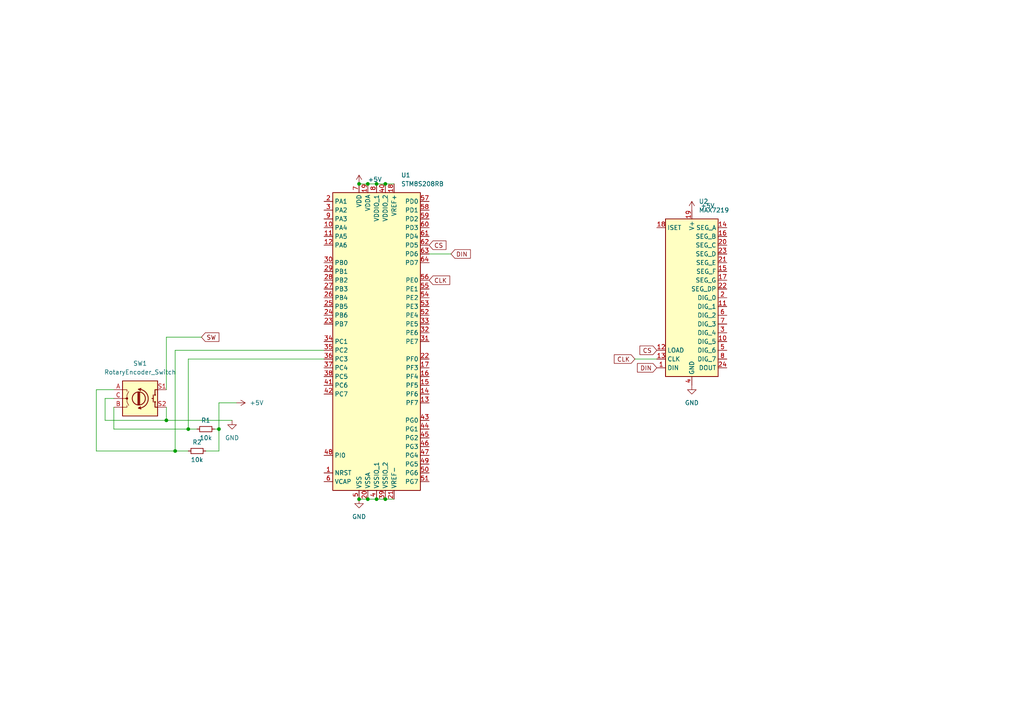
<source format=kicad_sch>
(kicad_sch (version 20211123) (generator eeschema)

  (uuid e63e39d7-6ac0-4ffd-8aa3-1841a4541b55)

  (paper "A4")

  (lib_symbols
    (symbol "Device:R_Small" (pin_numbers hide) (pin_names (offset 0.254) hide) (in_bom yes) (on_board yes)
      (property "Reference" "R" (id 0) (at 0.762 0.508 0)
        (effects (font (size 1.27 1.27)) (justify left))
      )
      (property "Value" "R_Small" (id 1) (at 0.762 -1.016 0)
        (effects (font (size 1.27 1.27)) (justify left))
      )
      (property "Footprint" "" (id 2) (at 0 0 0)
        (effects (font (size 1.27 1.27)) hide)
      )
      (property "Datasheet" "~" (id 3) (at 0 0 0)
        (effects (font (size 1.27 1.27)) hide)
      )
      (property "ki_keywords" "R resistor" (id 4) (at 0 0 0)
        (effects (font (size 1.27 1.27)) hide)
      )
      (property "ki_description" "Resistor, small symbol" (id 5) (at 0 0 0)
        (effects (font (size 1.27 1.27)) hide)
      )
      (property "ki_fp_filters" "R_*" (id 6) (at 0 0 0)
        (effects (font (size 1.27 1.27)) hide)
      )
      (symbol "R_Small_0_1"
        (rectangle (start -0.762 1.778) (end 0.762 -1.778)
          (stroke (width 0.2032) (type default) (color 0 0 0 0))
          (fill (type none))
        )
      )
      (symbol "R_Small_1_1"
        (pin passive line (at 0 2.54 270) (length 0.762)
          (name "~" (effects (font (size 1.27 1.27))))
          (number "1" (effects (font (size 1.27 1.27))))
        )
        (pin passive line (at 0 -2.54 90) (length 0.762)
          (name "~" (effects (font (size 1.27 1.27))))
          (number "2" (effects (font (size 1.27 1.27))))
        )
      )
    )
    (symbol "Device:RotaryEncoder_Switch" (pin_names (offset 0.254) hide) (in_bom yes) (on_board yes)
      (property "Reference" "SW" (id 0) (at 0 6.604 0)
        (effects (font (size 1.27 1.27)))
      )
      (property "Value" "RotaryEncoder_Switch" (id 1) (at 0 -6.604 0)
        (effects (font (size 1.27 1.27)))
      )
      (property "Footprint" "" (id 2) (at -3.81 4.064 0)
        (effects (font (size 1.27 1.27)) hide)
      )
      (property "Datasheet" "~" (id 3) (at 0 6.604 0)
        (effects (font (size 1.27 1.27)) hide)
      )
      (property "ki_keywords" "rotary switch encoder switch push button" (id 4) (at 0 0 0)
        (effects (font (size 1.27 1.27)) hide)
      )
      (property "ki_description" "Rotary encoder, dual channel, incremental quadrate outputs, with switch" (id 5) (at 0 0 0)
        (effects (font (size 1.27 1.27)) hide)
      )
      (property "ki_fp_filters" "RotaryEncoder*Switch*" (id 6) (at 0 0 0)
        (effects (font (size 1.27 1.27)) hide)
      )
      (symbol "RotaryEncoder_Switch_0_1"
        (rectangle (start -5.08 5.08) (end 5.08 -5.08)
          (stroke (width 0.254) (type default) (color 0 0 0 0))
          (fill (type background))
        )
        (circle (center -3.81 0) (radius 0.254)
          (stroke (width 0) (type default) (color 0 0 0 0))
          (fill (type outline))
        )
        (arc (start -0.381 -2.794) (mid 2.3622 -0.0635) (end -0.381 2.667)
          (stroke (width 0.254) (type default) (color 0 0 0 0))
          (fill (type none))
        )
        (circle (center -0.381 0) (radius 1.905)
          (stroke (width 0.254) (type default) (color 0 0 0 0))
          (fill (type none))
        )
        (polyline
          (pts
            (xy -0.635 -1.778)
            (xy -0.635 1.778)
          )
          (stroke (width 0.254) (type default) (color 0 0 0 0))
          (fill (type none))
        )
        (polyline
          (pts
            (xy -0.381 -1.778)
            (xy -0.381 1.778)
          )
          (stroke (width 0.254) (type default) (color 0 0 0 0))
          (fill (type none))
        )
        (polyline
          (pts
            (xy -0.127 1.778)
            (xy -0.127 -1.778)
          )
          (stroke (width 0.254) (type default) (color 0 0 0 0))
          (fill (type none))
        )
        (polyline
          (pts
            (xy 3.81 0)
            (xy 3.429 0)
          )
          (stroke (width 0.254) (type default) (color 0 0 0 0))
          (fill (type none))
        )
        (polyline
          (pts
            (xy 3.81 1.016)
            (xy 3.81 -1.016)
          )
          (stroke (width 0.254) (type default) (color 0 0 0 0))
          (fill (type none))
        )
        (polyline
          (pts
            (xy -5.08 -2.54)
            (xy -3.81 -2.54)
            (xy -3.81 -2.032)
          )
          (stroke (width 0) (type default) (color 0 0 0 0))
          (fill (type none))
        )
        (polyline
          (pts
            (xy -5.08 2.54)
            (xy -3.81 2.54)
            (xy -3.81 2.032)
          )
          (stroke (width 0) (type default) (color 0 0 0 0))
          (fill (type none))
        )
        (polyline
          (pts
            (xy 0.254 -3.048)
            (xy -0.508 -2.794)
            (xy 0.127 -2.413)
          )
          (stroke (width 0.254) (type default) (color 0 0 0 0))
          (fill (type none))
        )
        (polyline
          (pts
            (xy 0.254 2.921)
            (xy -0.508 2.667)
            (xy 0.127 2.286)
          )
          (stroke (width 0.254) (type default) (color 0 0 0 0))
          (fill (type none))
        )
        (polyline
          (pts
            (xy 5.08 -2.54)
            (xy 4.318 -2.54)
            (xy 4.318 -1.016)
          )
          (stroke (width 0.254) (type default) (color 0 0 0 0))
          (fill (type none))
        )
        (polyline
          (pts
            (xy 5.08 2.54)
            (xy 4.318 2.54)
            (xy 4.318 1.016)
          )
          (stroke (width 0.254) (type default) (color 0 0 0 0))
          (fill (type none))
        )
        (polyline
          (pts
            (xy -5.08 0)
            (xy -3.81 0)
            (xy -3.81 -1.016)
            (xy -3.302 -2.032)
          )
          (stroke (width 0) (type default) (color 0 0 0 0))
          (fill (type none))
        )
        (polyline
          (pts
            (xy -4.318 0)
            (xy -3.81 0)
            (xy -3.81 1.016)
            (xy -3.302 2.032)
          )
          (stroke (width 0) (type default) (color 0 0 0 0))
          (fill (type none))
        )
        (circle (center 4.318 -1.016) (radius 0.127)
          (stroke (width 0.254) (type default) (color 0 0 0 0))
          (fill (type none))
        )
        (circle (center 4.318 1.016) (radius 0.127)
          (stroke (width 0.254) (type default) (color 0 0 0 0))
          (fill (type none))
        )
      )
      (symbol "RotaryEncoder_Switch_1_1"
        (pin passive line (at -7.62 2.54 0) (length 2.54)
          (name "A" (effects (font (size 1.27 1.27))))
          (number "A" (effects (font (size 1.27 1.27))))
        )
        (pin passive line (at -7.62 -2.54 0) (length 2.54)
          (name "B" (effects (font (size 1.27 1.27))))
          (number "B" (effects (font (size 1.27 1.27))))
        )
        (pin passive line (at -7.62 0 0) (length 2.54)
          (name "C" (effects (font (size 1.27 1.27))))
          (number "C" (effects (font (size 1.27 1.27))))
        )
        (pin passive line (at 7.62 2.54 180) (length 2.54)
          (name "S1" (effects (font (size 1.27 1.27))))
          (number "S1" (effects (font (size 1.27 1.27))))
        )
        (pin passive line (at 7.62 -2.54 180) (length 2.54)
          (name "S2" (effects (font (size 1.27 1.27))))
          (number "S2" (effects (font (size 1.27 1.27))))
        )
      )
    )
    (symbol "Driver_LED:MAX7219" (in_bom yes) (on_board yes)
      (property "Reference" "U" (id 0) (at -6.35 24.13 0)
        (effects (font (size 1.27 1.27)) (justify left bottom))
      )
      (property "Value" "MAX7219" (id 1) (at 1.27 25.4 0)
        (effects (font (size 1.27 1.27)) (justify left top))
      )
      (property "Footprint" "" (id 2) (at -1.27 1.27 0)
        (effects (font (size 1.27 1.27)) hide)
      )
      (property "Datasheet" "https://datasheets.maximintegrated.com/en/ds/MAX7219-MAX7221.pdf" (id 3) (at 1.27 -3.81 0)
        (effects (font (size 1.27 1.27)) hide)
      )
      (property "ki_keywords" "LED 8-Digit Display Driver" (id 4) (at 0 0 0)
        (effects (font (size 1.27 1.27)) hide)
      )
      (property "ki_description" "8-Digit LED Display Driver" (id 5) (at 0 0 0)
        (effects (font (size 1.27 1.27)) hide)
      )
      (property "ki_fp_filters" "SOIC*7.5x15.4mm*P1.27mm* DIP*7.62mm*" (id 6) (at 0 0 0)
        (effects (font (size 1.27 1.27)) hide)
      )
      (symbol "MAX7219_0_1"
        (rectangle (start -7.62 22.86) (end 7.62 -22.86)
          (stroke (width 0.254) (type default) (color 0 0 0 0))
          (fill (type background))
        )
      )
      (symbol "MAX7219_1_1"
        (pin input line (at -10.16 -20.32 0) (length 2.54)
          (name "DIN" (effects (font (size 1.27 1.27))))
          (number "1" (effects (font (size 1.27 1.27))))
        )
        (pin output line (at 10.16 -12.7 180) (length 2.54)
          (name "DIG_5" (effects (font (size 1.27 1.27))))
          (number "10" (effects (font (size 1.27 1.27))))
        )
        (pin output line (at 10.16 -2.54 180) (length 2.54)
          (name "DIG_1" (effects (font (size 1.27 1.27))))
          (number "11" (effects (font (size 1.27 1.27))))
        )
        (pin input line (at -10.16 -15.24 0) (length 2.54)
          (name "LOAD" (effects (font (size 1.27 1.27))))
          (number "12" (effects (font (size 1.27 1.27))))
        )
        (pin input line (at -10.16 -17.78 0) (length 2.54)
          (name "CLK" (effects (font (size 1.27 1.27))))
          (number "13" (effects (font (size 1.27 1.27))))
        )
        (pin output line (at 10.16 20.32 180) (length 2.54)
          (name "SEG_A" (effects (font (size 1.27 1.27))))
          (number "14" (effects (font (size 1.27 1.27))))
        )
        (pin output line (at 10.16 7.62 180) (length 2.54)
          (name "SEG_F" (effects (font (size 1.27 1.27))))
          (number "15" (effects (font (size 1.27 1.27))))
        )
        (pin output line (at 10.16 17.78 180) (length 2.54)
          (name "SEG_B" (effects (font (size 1.27 1.27))))
          (number "16" (effects (font (size 1.27 1.27))))
        )
        (pin output line (at 10.16 5.08 180) (length 2.54)
          (name "SEG_G" (effects (font (size 1.27 1.27))))
          (number "17" (effects (font (size 1.27 1.27))))
        )
        (pin input line (at -10.16 20.32 0) (length 2.54)
          (name "ISET" (effects (font (size 1.27 1.27))))
          (number "18" (effects (font (size 1.27 1.27))))
        )
        (pin power_in line (at 0 25.4 270) (length 2.54)
          (name "V+" (effects (font (size 1.27 1.27))))
          (number "19" (effects (font (size 1.27 1.27))))
        )
        (pin output line (at 10.16 0 180) (length 2.54)
          (name "DIG_0" (effects (font (size 1.27 1.27))))
          (number "2" (effects (font (size 1.27 1.27))))
        )
        (pin output line (at 10.16 15.24 180) (length 2.54)
          (name "SEG_C" (effects (font (size 1.27 1.27))))
          (number "20" (effects (font (size 1.27 1.27))))
        )
        (pin output line (at 10.16 10.16 180) (length 2.54)
          (name "SEG_E" (effects (font (size 1.27 1.27))))
          (number "21" (effects (font (size 1.27 1.27))))
        )
        (pin output line (at 10.16 2.54 180) (length 2.54)
          (name "SEG_DP" (effects (font (size 1.27 1.27))))
          (number "22" (effects (font (size 1.27 1.27))))
        )
        (pin output line (at 10.16 12.7 180) (length 2.54)
          (name "SEG_D" (effects (font (size 1.27 1.27))))
          (number "23" (effects (font (size 1.27 1.27))))
        )
        (pin output line (at 10.16 -20.32 180) (length 2.54)
          (name "DOUT" (effects (font (size 1.27 1.27))))
          (number "24" (effects (font (size 1.27 1.27))))
        )
        (pin output line (at 10.16 -10.16 180) (length 2.54)
          (name "DIG_4" (effects (font (size 1.27 1.27))))
          (number "3" (effects (font (size 1.27 1.27))))
        )
        (pin power_in line (at 0 -25.4 90) (length 2.54)
          (name "GND" (effects (font (size 1.27 1.27))))
          (number "4" (effects (font (size 1.27 1.27))))
        )
        (pin output line (at 10.16 -15.24 180) (length 2.54)
          (name "DIG_6" (effects (font (size 1.27 1.27))))
          (number "5" (effects (font (size 1.27 1.27))))
        )
        (pin output line (at 10.16 -5.08 180) (length 2.54)
          (name "DIG_2" (effects (font (size 1.27 1.27))))
          (number "6" (effects (font (size 1.27 1.27))))
        )
        (pin output line (at 10.16 -7.62 180) (length 2.54)
          (name "DIG_3" (effects (font (size 1.27 1.27))))
          (number "7" (effects (font (size 1.27 1.27))))
        )
        (pin output line (at 10.16 -17.78 180) (length 2.54)
          (name "DIG_7" (effects (font (size 1.27 1.27))))
          (number "8" (effects (font (size 1.27 1.27))))
        )
        (pin passive line (at 0 -25.4 90) (length 2.54) hide
          (name "GND" (effects (font (size 1.27 1.27))))
          (number "9" (effects (font (size 1.27 1.27))))
        )
      )
    )
    (symbol "MCU_ST_STM8:STM8S208RB" (in_bom yes) (on_board yes)
      (property "Reference" "U" (id 0) (at 13.97 48.26 0)
        (effects (font (size 1.27 1.27)))
      )
      (property "Value" "STM8S208RB" (id 1) (at 13.97 45.72 0)
        (effects (font (size 1.27 1.27)))
      )
      (property "Footprint" "Package_QFP:LQFP-64_10x10mm_P0.5mm" (id 2) (at 1.27 -55.88 0)
        (effects (font (size 1.27 1.27)) hide)
      )
      (property "Datasheet" "https://www.st.com/resource/en/datasheet/stm8s208rb.pdf" (id 3) (at -2.54 0 0)
        (effects (font (size 1.27 1.27)) hide)
      )
      (property "ki_keywords" "STM8 Microcontroller Performance Line" (id 4) (at 0 0 0)
        (effects (font (size 1.27 1.27)) hide)
      )
      (property "ki_description" "24MHz, 128K Flash, 2K EEPROM, 10-bit ADC, 2 UARTs, SPI, I²C, CAN, LQFP-64" (id 5) (at 0 0 0)
        (effects (font (size 1.27 1.27)) hide)
      )
      (property "ki_fp_filters" "LQFP*10x10mm*P0.5mm*" (id 6) (at 0 0 0)
        (effects (font (size 1.27 1.27)) hide)
      )
      (symbol "STM8S208RB_0_1"
        (rectangle (start 12.7 43.18) (end -12.7 -43.18)
          (stroke (width 0.254) (type default) (color 0 0 0 0))
          (fill (type background))
        )
      )
      (symbol "STM8S208RB_1_1"
        (pin input line (at -15.24 -38.1 0) (length 2.54)
          (name "NRST" (effects (font (size 1.27 1.27))))
          (number "1" (effects (font (size 1.27 1.27))))
        )
        (pin bidirectional line (at -15.24 33.02 0) (length 2.54)
          (name "PA4" (effects (font (size 1.27 1.27))))
          (number "10" (effects (font (size 1.27 1.27))))
        )
        (pin bidirectional line (at -15.24 30.48 0) (length 2.54)
          (name "PA5" (effects (font (size 1.27 1.27))))
          (number "11" (effects (font (size 1.27 1.27))))
        )
        (pin bidirectional line (at -15.24 27.94 0) (length 2.54)
          (name "PA6" (effects (font (size 1.27 1.27))))
          (number "12" (effects (font (size 1.27 1.27))))
        )
        (pin bidirectional line (at 15.24 -17.78 180) (length 2.54)
          (name "PF7" (effects (font (size 1.27 1.27))))
          (number "13" (effects (font (size 1.27 1.27))))
        )
        (pin bidirectional line (at 15.24 -15.24 180) (length 2.54)
          (name "PF6" (effects (font (size 1.27 1.27))))
          (number "14" (effects (font (size 1.27 1.27))))
        )
        (pin bidirectional line (at 15.24 -12.7 180) (length 2.54)
          (name "PF5" (effects (font (size 1.27 1.27))))
          (number "15" (effects (font (size 1.27 1.27))))
        )
        (pin bidirectional line (at 15.24 -10.16 180) (length 2.54)
          (name "PF4" (effects (font (size 1.27 1.27))))
          (number "16" (effects (font (size 1.27 1.27))))
        )
        (pin bidirectional line (at 15.24 -7.62 180) (length 2.54)
          (name "PF3" (effects (font (size 1.27 1.27))))
          (number "17" (effects (font (size 1.27 1.27))))
        )
        (pin power_in line (at 5.08 45.72 270) (length 2.54)
          (name "VREF+" (effects (font (size 1.27 1.27))))
          (number "18" (effects (font (size 1.27 1.27))))
        )
        (pin power_in line (at -2.54 45.72 270) (length 2.54)
          (name "VDDA" (effects (font (size 1.27 1.27))))
          (number "19" (effects (font (size 1.27 1.27))))
        )
        (pin bidirectional line (at -15.24 40.64 0) (length 2.54)
          (name "PA1" (effects (font (size 1.27 1.27))))
          (number "2" (effects (font (size 1.27 1.27))))
        )
        (pin power_in line (at -2.54 -45.72 90) (length 2.54)
          (name "VSSA" (effects (font (size 1.27 1.27))))
          (number "20" (effects (font (size 1.27 1.27))))
        )
        (pin power_in line (at 5.08 -45.72 90) (length 2.54)
          (name "VREF-" (effects (font (size 1.27 1.27))))
          (number "21" (effects (font (size 1.27 1.27))))
        )
        (pin bidirectional line (at 15.24 -5.08 180) (length 2.54)
          (name "PF0" (effects (font (size 1.27 1.27))))
          (number "22" (effects (font (size 1.27 1.27))))
        )
        (pin bidirectional line (at -15.24 5.08 0) (length 2.54)
          (name "PB7" (effects (font (size 1.27 1.27))))
          (number "23" (effects (font (size 1.27 1.27))))
        )
        (pin bidirectional line (at -15.24 7.62 0) (length 2.54)
          (name "PB6" (effects (font (size 1.27 1.27))))
          (number "24" (effects (font (size 1.27 1.27))))
        )
        (pin bidirectional line (at -15.24 10.16 0) (length 2.54)
          (name "PB5" (effects (font (size 1.27 1.27))))
          (number "25" (effects (font (size 1.27 1.27))))
        )
        (pin bidirectional line (at -15.24 12.7 0) (length 2.54)
          (name "PB4" (effects (font (size 1.27 1.27))))
          (number "26" (effects (font (size 1.27 1.27))))
        )
        (pin bidirectional line (at -15.24 15.24 0) (length 2.54)
          (name "PB3" (effects (font (size 1.27 1.27))))
          (number "27" (effects (font (size 1.27 1.27))))
        )
        (pin bidirectional line (at -15.24 17.78 0) (length 2.54)
          (name "PB2" (effects (font (size 1.27 1.27))))
          (number "28" (effects (font (size 1.27 1.27))))
        )
        (pin bidirectional line (at -15.24 20.32 0) (length 2.54)
          (name "PB1" (effects (font (size 1.27 1.27))))
          (number "29" (effects (font (size 1.27 1.27))))
        )
        (pin bidirectional line (at -15.24 38.1 0) (length 2.54)
          (name "PA2" (effects (font (size 1.27 1.27))))
          (number "3" (effects (font (size 1.27 1.27))))
        )
        (pin bidirectional line (at -15.24 22.86 0) (length 2.54)
          (name "PB0" (effects (font (size 1.27 1.27))))
          (number "30" (effects (font (size 1.27 1.27))))
        )
        (pin bidirectional line (at 15.24 0 180) (length 2.54)
          (name "PE7" (effects (font (size 1.27 1.27))))
          (number "31" (effects (font (size 1.27 1.27))))
        )
        (pin bidirectional line (at 15.24 2.54 180) (length 2.54)
          (name "PE6" (effects (font (size 1.27 1.27))))
          (number "32" (effects (font (size 1.27 1.27))))
        )
        (pin bidirectional line (at 15.24 5.08 180) (length 2.54)
          (name "PE5" (effects (font (size 1.27 1.27))))
          (number "33" (effects (font (size 1.27 1.27))))
        )
        (pin bidirectional line (at -15.24 0 0) (length 2.54)
          (name "PC1" (effects (font (size 1.27 1.27))))
          (number "34" (effects (font (size 1.27 1.27))))
        )
        (pin bidirectional line (at -15.24 -2.54 0) (length 2.54)
          (name "PC2" (effects (font (size 1.27 1.27))))
          (number "35" (effects (font (size 1.27 1.27))))
        )
        (pin bidirectional line (at -15.24 -5.08 0) (length 2.54)
          (name "PC3" (effects (font (size 1.27 1.27))))
          (number "36" (effects (font (size 1.27 1.27))))
        )
        (pin bidirectional line (at -15.24 -7.62 0) (length 2.54)
          (name "PC4" (effects (font (size 1.27 1.27))))
          (number "37" (effects (font (size 1.27 1.27))))
        )
        (pin bidirectional line (at -15.24 -10.16 0) (length 2.54)
          (name "PC5" (effects (font (size 1.27 1.27))))
          (number "38" (effects (font (size 1.27 1.27))))
        )
        (pin power_in line (at 2.54 -45.72 90) (length 2.54)
          (name "VSSIO_2" (effects (font (size 1.27 1.27))))
          (number "39" (effects (font (size 1.27 1.27))))
        )
        (pin power_in line (at 0 -45.72 90) (length 2.54)
          (name "VSSIO_1" (effects (font (size 1.27 1.27))))
          (number "4" (effects (font (size 1.27 1.27))))
        )
        (pin power_in line (at 2.54 45.72 270) (length 2.54)
          (name "VDDIO_2" (effects (font (size 1.27 1.27))))
          (number "40" (effects (font (size 1.27 1.27))))
        )
        (pin bidirectional line (at -15.24 -12.7 0) (length 2.54)
          (name "PC6" (effects (font (size 1.27 1.27))))
          (number "41" (effects (font (size 1.27 1.27))))
        )
        (pin bidirectional line (at -15.24 -15.24 0) (length 2.54)
          (name "PC7" (effects (font (size 1.27 1.27))))
          (number "42" (effects (font (size 1.27 1.27))))
        )
        (pin bidirectional line (at 15.24 -22.86 180) (length 2.54)
          (name "PG0" (effects (font (size 1.27 1.27))))
          (number "43" (effects (font (size 1.27 1.27))))
        )
        (pin bidirectional line (at 15.24 -25.4 180) (length 2.54)
          (name "PG1" (effects (font (size 1.27 1.27))))
          (number "44" (effects (font (size 1.27 1.27))))
        )
        (pin bidirectional line (at 15.24 -27.94 180) (length 2.54)
          (name "PG2" (effects (font (size 1.27 1.27))))
          (number "45" (effects (font (size 1.27 1.27))))
        )
        (pin bidirectional line (at 15.24 -30.48 180) (length 2.54)
          (name "PG3" (effects (font (size 1.27 1.27))))
          (number "46" (effects (font (size 1.27 1.27))))
        )
        (pin bidirectional line (at 15.24 -33.02 180) (length 2.54)
          (name "PG4" (effects (font (size 1.27 1.27))))
          (number "47" (effects (font (size 1.27 1.27))))
        )
        (pin bidirectional line (at -15.24 -33.02 0) (length 2.54)
          (name "PI0" (effects (font (size 1.27 1.27))))
          (number "48" (effects (font (size 1.27 1.27))))
        )
        (pin bidirectional line (at 15.24 -35.56 180) (length 2.54)
          (name "PG5" (effects (font (size 1.27 1.27))))
          (number "49" (effects (font (size 1.27 1.27))))
        )
        (pin power_in line (at -5.08 -45.72 90) (length 2.54)
          (name "VSS" (effects (font (size 1.27 1.27))))
          (number "5" (effects (font (size 1.27 1.27))))
        )
        (pin bidirectional line (at 15.24 -38.1 180) (length 2.54)
          (name "PG6" (effects (font (size 1.27 1.27))))
          (number "50" (effects (font (size 1.27 1.27))))
        )
        (pin bidirectional line (at 15.24 -40.64 180) (length 2.54)
          (name "PG7" (effects (font (size 1.27 1.27))))
          (number "51" (effects (font (size 1.27 1.27))))
        )
        (pin bidirectional line (at 15.24 7.62 180) (length 2.54)
          (name "PE4" (effects (font (size 1.27 1.27))))
          (number "52" (effects (font (size 1.27 1.27))))
        )
        (pin bidirectional line (at 15.24 10.16 180) (length 2.54)
          (name "PE3" (effects (font (size 1.27 1.27))))
          (number "53" (effects (font (size 1.27 1.27))))
        )
        (pin bidirectional line (at 15.24 12.7 180) (length 2.54)
          (name "PE2" (effects (font (size 1.27 1.27))))
          (number "54" (effects (font (size 1.27 1.27))))
        )
        (pin bidirectional line (at 15.24 15.24 180) (length 2.54)
          (name "PE1" (effects (font (size 1.27 1.27))))
          (number "55" (effects (font (size 1.27 1.27))))
        )
        (pin bidirectional line (at 15.24 17.78 180) (length 2.54)
          (name "PE0" (effects (font (size 1.27 1.27))))
          (number "56" (effects (font (size 1.27 1.27))))
        )
        (pin bidirectional line (at 15.24 40.64 180) (length 2.54)
          (name "PD0" (effects (font (size 1.27 1.27))))
          (number "57" (effects (font (size 1.27 1.27))))
        )
        (pin bidirectional line (at 15.24 38.1 180) (length 2.54)
          (name "PD1" (effects (font (size 1.27 1.27))))
          (number "58" (effects (font (size 1.27 1.27))))
        )
        (pin bidirectional line (at 15.24 35.56 180) (length 2.54)
          (name "PD2" (effects (font (size 1.27 1.27))))
          (number "59" (effects (font (size 1.27 1.27))))
        )
        (pin input line (at -15.24 -40.64 0) (length 2.54)
          (name "VCAP" (effects (font (size 1.27 1.27))))
          (number "6" (effects (font (size 1.27 1.27))))
        )
        (pin bidirectional line (at 15.24 33.02 180) (length 2.54)
          (name "PD3" (effects (font (size 1.27 1.27))))
          (number "60" (effects (font (size 1.27 1.27))))
        )
        (pin bidirectional line (at 15.24 30.48 180) (length 2.54)
          (name "PD4" (effects (font (size 1.27 1.27))))
          (number "61" (effects (font (size 1.27 1.27))))
        )
        (pin bidirectional line (at 15.24 27.94 180) (length 2.54)
          (name "PD5" (effects (font (size 1.27 1.27))))
          (number "62" (effects (font (size 1.27 1.27))))
        )
        (pin bidirectional line (at 15.24 25.4 180) (length 2.54)
          (name "PD6" (effects (font (size 1.27 1.27))))
          (number "63" (effects (font (size 1.27 1.27))))
        )
        (pin bidirectional line (at 15.24 22.86 180) (length 2.54)
          (name "PD7" (effects (font (size 1.27 1.27))))
          (number "64" (effects (font (size 1.27 1.27))))
        )
        (pin power_in line (at -5.08 45.72 270) (length 2.54)
          (name "VDD" (effects (font (size 1.27 1.27))))
          (number "7" (effects (font (size 1.27 1.27))))
        )
        (pin power_in line (at 0 45.72 270) (length 2.54)
          (name "VDDIO_1" (effects (font (size 1.27 1.27))))
          (number "8" (effects (font (size 1.27 1.27))))
        )
        (pin bidirectional line (at -15.24 35.56 0) (length 2.54)
          (name "PA3" (effects (font (size 1.27 1.27))))
          (number "9" (effects (font (size 1.27 1.27))))
        )
      )
    )
    (symbol "power:+5V" (power) (pin_names (offset 0)) (in_bom yes) (on_board yes)
      (property "Reference" "#PWR" (id 0) (at 0 -3.81 0)
        (effects (font (size 1.27 1.27)) hide)
      )
      (property "Value" "+5V" (id 1) (at 0 3.556 0)
        (effects (font (size 1.27 1.27)))
      )
      (property "Footprint" "" (id 2) (at 0 0 0)
        (effects (font (size 1.27 1.27)) hide)
      )
      (property "Datasheet" "" (id 3) (at 0 0 0)
        (effects (font (size 1.27 1.27)) hide)
      )
      (property "ki_keywords" "power-flag" (id 4) (at 0 0 0)
        (effects (font (size 1.27 1.27)) hide)
      )
      (property "ki_description" "Power symbol creates a global label with name \"+5V\"" (id 5) (at 0 0 0)
        (effects (font (size 1.27 1.27)) hide)
      )
      (symbol "+5V_0_1"
        (polyline
          (pts
            (xy -0.762 1.27)
            (xy 0 2.54)
          )
          (stroke (width 0) (type default) (color 0 0 0 0))
          (fill (type none))
        )
        (polyline
          (pts
            (xy 0 0)
            (xy 0 2.54)
          )
          (stroke (width 0) (type default) (color 0 0 0 0))
          (fill (type none))
        )
        (polyline
          (pts
            (xy 0 2.54)
            (xy 0.762 1.27)
          )
          (stroke (width 0) (type default) (color 0 0 0 0))
          (fill (type none))
        )
      )
      (symbol "+5V_1_1"
        (pin power_in line (at 0 0 90) (length 0) hide
          (name "+5V" (effects (font (size 1.27 1.27))))
          (number "1" (effects (font (size 1.27 1.27))))
        )
      )
    )
    (symbol "power:GND" (power) (pin_names (offset 0)) (in_bom yes) (on_board yes)
      (property "Reference" "#PWR" (id 0) (at 0 -6.35 0)
        (effects (font (size 1.27 1.27)) hide)
      )
      (property "Value" "GND" (id 1) (at 0 -3.81 0)
        (effects (font (size 1.27 1.27)))
      )
      (property "Footprint" "" (id 2) (at 0 0 0)
        (effects (font (size 1.27 1.27)) hide)
      )
      (property "Datasheet" "" (id 3) (at 0 0 0)
        (effects (font (size 1.27 1.27)) hide)
      )
      (property "ki_keywords" "power-flag" (id 4) (at 0 0 0)
        (effects (font (size 1.27 1.27)) hide)
      )
      (property "ki_description" "Power symbol creates a global label with name \"GND\" , ground" (id 5) (at 0 0 0)
        (effects (font (size 1.27 1.27)) hide)
      )
      (symbol "GND_0_1"
        (polyline
          (pts
            (xy 0 0)
            (xy 0 -1.27)
            (xy 1.27 -1.27)
            (xy 0 -2.54)
            (xy -1.27 -1.27)
            (xy 0 -1.27)
          )
          (stroke (width 0) (type default) (color 0 0 0 0))
          (fill (type none))
        )
      )
      (symbol "GND_1_1"
        (pin power_in line (at 0 0 270) (length 0) hide
          (name "GND" (effects (font (size 1.27 1.27))))
          (number "1" (effects (font (size 1.27 1.27))))
        )
      )
    )
  )

  (junction (at 54.61 124.46) (diameter 0) (color 0 0 0 0)
    (uuid 2991775c-9179-480f-9db5-e1c61e4c706e)
  )
  (junction (at 104.14 144.78) (diameter 0) (color 0 0 0 0)
    (uuid 3969cc9d-4050-4828-92ef-ebe9eb9272f5)
  )
  (junction (at 48.26 121.92) (diameter 0) (color 0 0 0 0)
    (uuid 55b7cd0b-d2c5-42bc-9c73-3d9bc5e05b57)
  )
  (junction (at 104.14 53.34) (diameter 0) (color 0 0 0 0)
    (uuid 59ff5bc3-d3ee-4f10-b9c8-62eadbcf1f27)
  )
  (junction (at 63.5 124.46) (diameter 0) (color 0 0 0 0)
    (uuid 5adcc678-be4e-4e39-a491-32bfd5b5cf25)
  )
  (junction (at 50.8 130.81) (diameter 0) (color 0 0 0 0)
    (uuid 9a2b6a79-ae1b-4635-a2da-0fb6377868b7)
  )
  (junction (at 111.76 53.34) (diameter 0) (color 0 0 0 0)
    (uuid acce33b1-120d-4c86-8db9-42f87689e97f)
  )
  (junction (at 111.76 144.78) (diameter 0) (color 0 0 0 0)
    (uuid c09b85c4-b3eb-4e79-8deb-73b6816aa16a)
  )
  (junction (at 106.68 144.78) (diameter 0) (color 0 0 0 0)
    (uuid e2b324aa-d432-4413-acd1-e7f2ccb5e4d9)
  )
  (junction (at 106.68 53.34) (diameter 0) (color 0 0 0 0)
    (uuid e4c93ca9-40c8-4900-b0eb-86845e7265de)
  )
  (junction (at 109.22 53.34) (diameter 0) (color 0 0 0 0)
    (uuid f15ddc13-0794-4d2a-ace6-74300d05d050)
  )
  (junction (at 109.22 144.78) (diameter 0) (color 0 0 0 0)
    (uuid f6c538b7-1104-4216-a131-869f854c73a6)
  )

  (wire (pts (xy 54.61 124.46) (xy 54.61 104.14))
    (stroke (width 0) (type default) (color 0 0 0 0))
    (uuid 027d66ce-c2e5-4f91-821a-db198f896550)
  )
  (wire (pts (xy 54.61 104.14) (xy 93.98 104.14))
    (stroke (width 0) (type default) (color 0 0 0 0))
    (uuid 0625eaa6-d6d2-4f93-adf4-40c5cd5571b2)
  )
  (wire (pts (xy 111.76 53.34) (xy 114.3 53.34))
    (stroke (width 0) (type default) (color 0 0 0 0))
    (uuid 27c74961-20f5-4a5c-9b3d-195a3876b5e7)
  )
  (wire (pts (xy 27.94 130.81) (xy 27.94 113.03))
    (stroke (width 0) (type default) (color 0 0 0 0))
    (uuid 379cb15a-78df-45c8-8b3e-4938c028b927)
  )
  (wire (pts (xy 48.26 121.92) (xy 67.31 121.92))
    (stroke (width 0) (type default) (color 0 0 0 0))
    (uuid 447180be-4bb1-4ce2-9564-b8ae1b137ca8)
  )
  (wire (pts (xy 27.94 113.03) (xy 33.02 113.03))
    (stroke (width 0) (type default) (color 0 0 0 0))
    (uuid 4f0f7c97-512f-4135-9568-5b8a32138065)
  )
  (wire (pts (xy 184.15 104.14) (xy 190.5 104.14))
    (stroke (width 0) (type default) (color 0 0 0 0))
    (uuid 52510fc6-4ca1-4de9-93d2-621e8f0efdf6)
  )
  (wire (pts (xy 48.26 118.11) (xy 48.26 121.92))
    (stroke (width 0) (type default) (color 0 0 0 0))
    (uuid 54efaa0a-148b-41c6-a39d-898eddcb21ba)
  )
  (wire (pts (xy 54.61 130.81) (xy 50.8 130.81))
    (stroke (width 0) (type default) (color 0 0 0 0))
    (uuid 5f84f443-8397-4957-8e19-d1425a5fa4da)
  )
  (wire (pts (xy 106.68 53.34) (xy 109.22 53.34))
    (stroke (width 0) (type default) (color 0 0 0 0))
    (uuid 66924383-4a60-45f3-b929-9990a1ab7734)
  )
  (wire (pts (xy 63.5 124.46) (xy 63.5 116.84))
    (stroke (width 0) (type default) (color 0 0 0 0))
    (uuid 67b2744e-e23f-4c0e-ba85-abcb445a5992)
  )
  (wire (pts (xy 130.81 73.66) (xy 124.46 73.66))
    (stroke (width 0) (type default) (color 0 0 0 0))
    (uuid 6cbd071c-e7a0-4fca-bb08-2a650c9159d8)
  )
  (wire (pts (xy 63.5 130.81) (xy 63.5 124.46))
    (stroke (width 0) (type default) (color 0 0 0 0))
    (uuid 852c5adc-902d-4761-898a-2e7147516436)
  )
  (wire (pts (xy 59.69 130.81) (xy 63.5 130.81))
    (stroke (width 0) (type default) (color 0 0 0 0))
    (uuid 90bf0ded-0a4f-45d1-b1e9-b550dd84051b)
  )
  (wire (pts (xy 33.02 118.11) (xy 33.02 124.46))
    (stroke (width 0) (type default) (color 0 0 0 0))
    (uuid 98de4e18-bc16-4e99-8bab-56273a3cdc8f)
  )
  (wire (pts (xy 48.26 113.03) (xy 48.26 97.79))
    (stroke (width 0) (type default) (color 0 0 0 0))
    (uuid 9c72de46-4f2e-4185-8252-a68458a3ad02)
  )
  (wire (pts (xy 63.5 116.84) (xy 68.58 116.84))
    (stroke (width 0) (type default) (color 0 0 0 0))
    (uuid 9fa5b009-cc03-4f04-ac5e-e0528d323b86)
  )
  (wire (pts (xy 109.22 53.34) (xy 111.76 53.34))
    (stroke (width 0) (type default) (color 0 0 0 0))
    (uuid a5acf227-2b5d-4b58-8eb4-c910ec3ea74d)
  )
  (wire (pts (xy 33.02 124.46) (xy 54.61 124.46))
    (stroke (width 0) (type default) (color 0 0 0 0))
    (uuid abf6417e-1b25-4ca4-aaaa-c4d16d64cdc4)
  )
  (wire (pts (xy 104.14 53.34) (xy 106.68 53.34))
    (stroke (width 0) (type default) (color 0 0 0 0))
    (uuid b0bb1fda-df8f-4e6a-a6e7-015d5f2b1dc9)
  )
  (wire (pts (xy 104.14 144.78) (xy 106.68 144.78))
    (stroke (width 0) (type default) (color 0 0 0 0))
    (uuid b19ac815-60d1-4b13-96ed-a4040f522fd6)
  )
  (wire (pts (xy 54.61 124.46) (xy 57.15 124.46))
    (stroke (width 0) (type default) (color 0 0 0 0))
    (uuid bb48bc92-34cc-48af-8fbe-96ca77b37844)
  )
  (wire (pts (xy 106.68 144.78) (xy 109.22 144.78))
    (stroke (width 0) (type default) (color 0 0 0 0))
    (uuid bc6e0f1c-7aea-463e-b7cc-7a1422096ab1)
  )
  (wire (pts (xy 93.98 101.6) (xy 50.8 101.6))
    (stroke (width 0) (type default) (color 0 0 0 0))
    (uuid bee00751-7361-45d0-b8a6-7329624a7b21)
  )
  (wire (pts (xy 48.26 97.79) (xy 58.42 97.79))
    (stroke (width 0) (type default) (color 0 0 0 0))
    (uuid c449c5dd-904d-4066-8ca5-896fe45cce4a)
  )
  (wire (pts (xy 109.22 144.78) (xy 111.76 144.78))
    (stroke (width 0) (type default) (color 0 0 0 0))
    (uuid c8c20e13-3c30-4888-8df6-16ef78ce6594)
  )
  (wire (pts (xy 111.76 144.78) (xy 114.3 144.78))
    (stroke (width 0) (type default) (color 0 0 0 0))
    (uuid cd182944-0e51-47f7-9587-aaa315f0a237)
  )
  (wire (pts (xy 50.8 130.81) (xy 27.94 130.81))
    (stroke (width 0) (type default) (color 0 0 0 0))
    (uuid d16b0a01-398d-4cb7-9828-39d87e5ecdc7)
  )
  (wire (pts (xy 30.48 115.57) (xy 30.48 121.92))
    (stroke (width 0) (type default) (color 0 0 0 0))
    (uuid d1f3ef52-d427-4b32-b3ce-6b351ce4a118)
  )
  (wire (pts (xy 30.48 121.92) (xy 48.26 121.92))
    (stroke (width 0) (type default) (color 0 0 0 0))
    (uuid d98a8a65-59d9-4ba0-ac10-0b923d09bae0)
  )
  (wire (pts (xy 62.23 124.46) (xy 63.5 124.46))
    (stroke (width 0) (type default) (color 0 0 0 0))
    (uuid e73c5c4e-46b5-45c6-a451-268d4e231d4b)
  )
  (wire (pts (xy 33.02 115.57) (xy 30.48 115.57))
    (stroke (width 0) (type default) (color 0 0 0 0))
    (uuid f35f3195-b07d-4f31-ad8e-d15a0c0ce84d)
  )
  (wire (pts (xy 50.8 101.6) (xy 50.8 130.81))
    (stroke (width 0) (type default) (color 0 0 0 0))
    (uuid fd0f017c-fd55-4c79-ae34-f9da7a319b38)
  )

  (global_label "CS" (shape input) (at 124.46 71.12 0) (fields_autoplaced)
    (effects (font (size 1.27 1.27)) (justify left))
    (uuid 2ebf0d0f-a564-4b5f-986f-eb0e98c8fa3a)
    (property "Intersheet References" "${INTERSHEET_REFS}" (id 0) (at 129.3526 71.0406 0)
      (effects (font (size 1.27 1.27)) (justify left) hide)
    )
  )
  (global_label "DIN" (shape input) (at 190.5 106.68 180) (fields_autoplaced)
    (effects (font (size 1.27 1.27)) (justify right))
    (uuid 3d2ce708-0453-4cdd-92c4-aa09b014d85a)
    (property "Intersheet References" "${INTERSHEET_REFS}" (id 0) (at 184.8817 106.6006 0)
      (effects (font (size 1.27 1.27)) (justify right) hide)
    )
  )
  (global_label "CLK" (shape input) (at 184.15 104.14 180) (fields_autoplaced)
    (effects (font (size 1.27 1.27)) (justify right))
    (uuid 44ddc176-6aad-49c8-9e64-3f0623c0530e)
    (property "Intersheet References" "${INTERSHEET_REFS}" (id 0) (at 178.1688 104.0606 0)
      (effects (font (size 1.27 1.27)) (justify right) hide)
    )
  )
  (global_label "CS" (shape input) (at 190.5 101.6 180) (fields_autoplaced)
    (effects (font (size 1.27 1.27)) (justify right))
    (uuid 4e70c583-2ac0-4d42-b4c1-0bacbbb1d502)
    (property "Intersheet References" "${INTERSHEET_REFS}" (id 0) (at 185.6074 101.5206 0)
      (effects (font (size 1.27 1.27)) (justify right) hide)
    )
  )
  (global_label "DIN" (shape input) (at 130.81 73.66 0) (fields_autoplaced)
    (effects (font (size 1.27 1.27)) (justify left))
    (uuid 5f9e9107-8a03-4db3-9e55-353eecb021e2)
    (property "Intersheet References" "${INTERSHEET_REFS}" (id 0) (at 136.4283 73.5806 0)
      (effects (font (size 1.27 1.27)) (justify left) hide)
    )
  )
  (global_label "CLK" (shape input) (at 124.46 81.28 0) (fields_autoplaced)
    (effects (font (size 1.27 1.27)) (justify left))
    (uuid 7195f9b6-6d12-4e02-af9e-b269d7a7e0f6)
    (property "Intersheet References" "${INTERSHEET_REFS}" (id 0) (at 130.4412 81.2006 0)
      (effects (font (size 1.27 1.27)) (justify left) hide)
    )
  )
  (global_label "SW" (shape input) (at 58.42 97.79 0) (fields_autoplaced)
    (effects (font (size 1.27 1.27)) (justify left))
    (uuid a514dd3a-0033-4ce3-8600-118572d37502)
    (property "Intersheet References" "${INTERSHEET_REFS}" (id 0) (at 63.4941 97.7106 0)
      (effects (font (size 1.27 1.27)) (justify left) hide)
    )
  )

  (symbol (lib_id "MCU_ST_STM8:STM8S208RB") (at 109.22 99.06 0) (unit 1)
    (in_bom yes) (on_board yes) (fields_autoplaced)
    (uuid 0dcb5ab5-f291-489d-b2bc-0f0b25b801ee)
    (property "Reference" "U1" (id 0) (at 116.3194 50.8 0)
      (effects (font (size 1.27 1.27)) (justify left))
    )
    (property "Value" "STM8S208RB" (id 1) (at 116.3194 53.34 0)
      (effects (font (size 1.27 1.27)) (justify left))
    )
    (property "Footprint" "Package_QFP:LQFP-64_10x10mm_P0.5mm" (id 2) (at 110.49 154.94 0)
      (effects (font (size 1.27 1.27)) hide)
    )
    (property "Datasheet" "https://www.st.com/resource/en/datasheet/stm8s208rb.pdf" (id 3) (at 106.68 99.06 0)
      (effects (font (size 1.27 1.27)) hide)
    )
    (pin "1" (uuid 5684e95c-6824-46cf-8e72-881178a51d31))
    (pin "10" (uuid 0a52fedd-967a-423d-aaaf-3875f20f935b))
    (pin "11" (uuid 199ade13-7442-4da9-8eea-a8e7681e2aee))
    (pin "12" (uuid b8381d48-3c5b-401b-ac19-279d8173864c))
    (pin "13" (uuid b4856fa9-d711-4b3f-8ccf-343375c62dce))
    (pin "14" (uuid 48a8c1f5-4bcb-4560-9762-44aaefee4419))
    (pin "15" (uuid 5da0928a-9939-439c-bcbe-74de097058a8))
    (pin "16" (uuid bca99a8e-598f-436a-9158-7a050d1f7ca4))
    (pin "17" (uuid f0f3907b-44e3-4106-9f24-d8ce836b6bb0))
    (pin "18" (uuid 0e1c6bbc-4cc4-4ce9-b48a-8292bb286da8))
    (pin "19" (uuid cad44c02-7fd2-4e9a-b93a-e1b73d6a3ee6))
    (pin "2" (uuid 1a9f0d73-6986-450b-8da5-dca8d718cd0d))
    (pin "20" (uuid 1843d2c0-629c-44e7-8460-03ced60a2111))
    (pin "21" (uuid 79bd7607-8381-4bff-b61a-a2c7ffa05fe5))
    (pin "22" (uuid c0e13d91-53b7-4de6-8d61-7c13732113b8))
    (pin "23" (uuid b7496a40-6116-4192-b413-2a22be4b5f9f))
    (pin "24" (uuid f45c8190-2f27-434c-8fbf-7d8a911faaab))
    (pin "25" (uuid 19d6a411-8997-491d-aace-09fdbc63404d))
    (pin "26" (uuid 60ca4740-3009-4486-93d6-c2502818122b))
    (pin "27" (uuid 9cdaf74c-bd9d-4293-9612-c30a4bca9a30))
    (pin "28" (uuid 218a2487-4406-4830-b6ad-8a4182eda4f4))
    (pin "29" (uuid da37a168-b259-4f98-9030-90f2f5ac962a))
    (pin "3" (uuid 6fff55eb-076f-4a2f-86d3-091fcb2366e9))
    (pin "30" (uuid 55b28997-b330-40d1-b32a-125cd071668d))
    (pin "31" (uuid d97f24b8-3f5c-4536-a071-0786594f3ffe))
    (pin "32" (uuid 5aa1c642-a9f0-4211-8572-3a7e8453422e))
    (pin "33" (uuid d40f18db-c543-4c22-a8b0-72b9c9e5ae8b))
    (pin "34" (uuid 88e4f832-79d6-4c54-9ce3-4328dcb9d5b5))
    (pin "35" (uuid d27bd75e-eeb9-4d8b-bfdb-bddce4b94b6c))
    (pin "36" (uuid 899a4caf-0563-4c2a-9bca-5aa28747ef75))
    (pin "37" (uuid 6dc32d24-5ef0-4c0e-ad26-4d147b147b28))
    (pin "38" (uuid b70f4be0-be81-40f1-b237-a16be3740211))
    (pin "39" (uuid b285d77c-3eef-4763-b6e4-d7759b529dfd))
    (pin "4" (uuid 856c0384-2dfc-47d2-a66c-a145c3149f14))
    (pin "40" (uuid e4d0483b-1c21-4fb6-87dd-47e636746c0e))
    (pin "41" (uuid 4263a0e8-33fc-439f-9b56-889a4f5d7b26))
    (pin "42" (uuid 4223805d-8db1-4df1-b73a-3d99f37f1701))
    (pin "43" (uuid 28f921ab-5f55-47f8-b726-02e567145cd5))
    (pin "44" (uuid e89e5b16-554a-4d97-8f95-fc89c9b40d74))
    (pin "45" (uuid 10e5ae6d-e43e-4ff8-abc5-fd9df16782da))
    (pin "46" (uuid 557d128f-cf69-4c70-9959-d139ac95c63c))
    (pin "47" (uuid b2cac11a-5f3b-43d7-88e5-8d0241ac6453))
    (pin "48" (uuid c9ab240f-b898-4113-9b58-995237cd751a))
    (pin "49" (uuid afc58bc7-e8b3-4ec7-b7ec-e155055196a5))
    (pin "5" (uuid 740c9c9e-c377-4082-a7c2-2dfeb8296429))
    (pin "50" (uuid 90b3e3a5-04e0-491b-97bf-2e8a21e1833b))
    (pin "51" (uuid 290c753b-3b9b-4c45-85a5-65bd9eae1f9e))
    (pin "52" (uuid 8a0095e3-f64e-4bc6-8d5a-1cdcee192b11))
    (pin "53" (uuid d4f9d898-7a83-4186-a9d6-9da79adbdd19))
    (pin "54" (uuid 6a5b3eea-de35-4a54-8316-e56ea2a634e4))
    (pin "55" (uuid cec22d4a-eda3-4d50-8609-c3a123c120be))
    (pin "56" (uuid 05c4a04b-0442-4e18-9747-3d9fc4a562fe))
    (pin "57" (uuid 7a332b0c-4cba-438b-85c1-9efe2690fb62))
    (pin "58" (uuid da7eee34-4516-4154-9034-7c9b8e2afe41))
    (pin "59" (uuid 1c4dfe58-85b1-467f-8e9d-bdb7a0d0ca8e))
    (pin "6" (uuid 90912a07-8f0d-457a-b78a-1c112c8f2052))
    (pin "60" (uuid 481354ed-51b9-4db2-9835-781681979b4b))
    (pin "61" (uuid 77121855-7958-40c5-81ca-b386a811e84c))
    (pin "62" (uuid 3cf0233f-86e3-4b85-ad75-fb8a46f37498))
    (pin "63" (uuid 8cf4e6c7-f213-4dc6-a215-9a85d8791784))
    (pin "64" (uuid 594594ee-9de8-45bc-b621-a9251877b0c2))
    (pin "7" (uuid 2628b16a-8b1e-4398-be45-c147110e73bb))
    (pin "8" (uuid 2b1a1d99-4ea2-4cae-846a-5609aadc4265))
    (pin "9" (uuid 3bc24d10-b3eb-4abe-836d-a8521ccc4341))
  )

  (symbol (lib_id "power:GND") (at 67.31 121.92 0) (unit 1)
    (in_bom yes) (on_board yes) (fields_autoplaced)
    (uuid 21a67fb8-beca-417f-8fed-e0ce8989be13)
    (property "Reference" "#PWR?" (id 0) (at 67.31 128.27 0)
      (effects (font (size 1.27 1.27)) hide)
    )
    (property "Value" "GND" (id 1) (at 67.31 127 0))
    (property "Footprint" "" (id 2) (at 67.31 121.92 0)
      (effects (font (size 1.27 1.27)) hide)
    )
    (property "Datasheet" "" (id 3) (at 67.31 121.92 0)
      (effects (font (size 1.27 1.27)) hide)
    )
    (pin "1" (uuid ab7e6c35-00fe-4bb2-8520-5d4c633fed26))
  )

  (symbol (lib_id "Device:RotaryEncoder_Switch") (at 40.64 115.57 0) (unit 1)
    (in_bom yes) (on_board yes) (fields_autoplaced)
    (uuid 22f18a39-6ee5-4682-b415-105b78cc1737)
    (property "Reference" "SW1" (id 0) (at 40.64 105.41 0))
    (property "Value" "RotaryEncoder_Switch" (id 1) (at 40.64 107.95 0))
    (property "Footprint" "" (id 2) (at 36.83 111.506 0)
      (effects (font (size 1.27 1.27)) hide)
    )
    (property "Datasheet" "~" (id 3) (at 40.64 108.966 0)
      (effects (font (size 1.27 1.27)) hide)
    )
    (pin "A" (uuid c3c41431-ff19-41ef-8592-8f6418f890ac))
    (pin "B" (uuid e34865db-bb95-483a-b6a6-8fb32dde1eca))
    (pin "C" (uuid e59d3982-0a2f-471c-9bb8-9439bc98bbaf))
    (pin "S1" (uuid e94ab4c2-ab36-4e0d-bf52-2a8491c49a8a))
    (pin "S2" (uuid d0db9dff-ca4e-4738-b6b0-e27cb3340015))
  )

  (symbol (lib_id "Device:R_Small") (at 57.15 130.81 90) (unit 1)
    (in_bom yes) (on_board yes)
    (uuid 26e97930-9a1b-42b6-aafa-421c300f68b4)
    (property "Reference" "R2" (id 0) (at 57.15 128.27 90))
    (property "Value" "10k" (id 1) (at 57.15 133.35 90))
    (property "Footprint" "" (id 2) (at 57.15 130.81 0)
      (effects (font (size 1.27 1.27)) hide)
    )
    (property "Datasheet" "~" (id 3) (at 57.15 130.81 0)
      (effects (font (size 1.27 1.27)) hide)
    )
    (pin "1" (uuid 54ca13f3-a04b-4b08-b4e3-49aede80d987))
    (pin "2" (uuid 93aadfd1-8eb7-476b-b4f6-e9709188ad67))
  )

  (symbol (lib_id "power:+5V") (at 68.58 116.84 270) (unit 1)
    (in_bom yes) (on_board yes) (fields_autoplaced)
    (uuid 38da1370-ea26-4983-9fde-2406abd164a6)
    (property "Reference" "#PWR?" (id 0) (at 64.77 116.84 0)
      (effects (font (size 1.27 1.27)) hide)
    )
    (property "Value" "+5V" (id 1) (at 72.39 116.8399 90)
      (effects (font (size 1.27 1.27)) (justify left))
    )
    (property "Footprint" "" (id 2) (at 68.58 116.84 0)
      (effects (font (size 1.27 1.27)) hide)
    )
    (property "Datasheet" "" (id 3) (at 68.58 116.84 0)
      (effects (font (size 1.27 1.27)) hide)
    )
    (pin "1" (uuid 89d871fa-eaab-454f-9634-7d29e5c57a26))
  )

  (symbol (lib_id "power:GND") (at 200.66 111.76 0) (unit 1)
    (in_bom yes) (on_board yes) (fields_autoplaced)
    (uuid 43b08d54-d4f7-4f61-ab82-8a2eb8c328ff)
    (property "Reference" "#PWR?" (id 0) (at 200.66 118.11 0)
      (effects (font (size 1.27 1.27)) hide)
    )
    (property "Value" "GND" (id 1) (at 200.66 116.84 0))
    (property "Footprint" "" (id 2) (at 200.66 111.76 0)
      (effects (font (size 1.27 1.27)) hide)
    )
    (property "Datasheet" "" (id 3) (at 200.66 111.76 0)
      (effects (font (size 1.27 1.27)) hide)
    )
    (pin "1" (uuid ac631a6c-32b9-4823-a4d4-8075c9619e6b))
  )

  (symbol (lib_id "Driver_LED:MAX7219") (at 200.66 86.36 0) (unit 1)
    (in_bom yes) (on_board yes) (fields_autoplaced)
    (uuid 6ab4c4d6-d725-40d0-88ed-760cd2295b33)
    (property "Reference" "U2" (id 0) (at 202.6794 58.42 0)
      (effects (font (size 1.27 1.27)) (justify left))
    )
    (property "Value" "MAX7219" (id 1) (at 202.6794 60.96 0)
      (effects (font (size 1.27 1.27)) (justify left))
    )
    (property "Footprint" "" (id 2) (at 199.39 85.09 0)
      (effects (font (size 1.27 1.27)) hide)
    )
    (property "Datasheet" "https://datasheets.maximintegrated.com/en/ds/MAX7219-MAX7221.pdf" (id 3) (at 201.93 90.17 0)
      (effects (font (size 1.27 1.27)) hide)
    )
    (pin "1" (uuid ed3a8e53-8903-4e5c-bb21-7b99b835b679))
    (pin "10" (uuid e89ca4bf-246b-4272-b8e4-cedcfb06e0f2))
    (pin "11" (uuid 1e44c00f-e5b2-43a0-b666-789bdb1b5f41))
    (pin "12" (uuid 5705426a-2a3c-4964-b66b-006a26d4718d))
    (pin "13" (uuid 04a67e5f-b8a7-437e-9b6f-1b3edf30dbe6))
    (pin "14" (uuid ce9ff381-3ead-4219-bd0b-62fa0308a50a))
    (pin "15" (uuid 18fb3775-02d7-4bbd-8b21-eff9f0c6fdef))
    (pin "16" (uuid 95cc270b-7f08-4ea2-9ec5-598d642c2120))
    (pin "17" (uuid 6bc118e0-0ba2-41b5-b194-aa4c301a21fa))
    (pin "18" (uuid 50181d10-cd98-45a3-93c6-0f9891cdd117))
    (pin "19" (uuid ae47d330-8d42-4636-a310-b64b7b9bbbb1))
    (pin "2" (uuid 1adc423c-5f41-4ee4-af46-7ca13603c8b6))
    (pin "20" (uuid e954ab09-528d-4081-b16b-f7720a5b239f))
    (pin "21" (uuid 312bb836-549f-41e7-9e03-466341a7fc0a))
    (pin "22" (uuid 0b059e08-48b7-4333-b01d-cdf123e12b69))
    (pin "23" (uuid 0bb79875-05c7-4b8a-9d2d-5fca0ef83c84))
    (pin "24" (uuid 861c5f1b-e718-4c3f-a884-aec24e938b73))
    (pin "3" (uuid 299405f9-a8da-40aa-a785-951754bc9be1))
    (pin "4" (uuid d8182d60-4f4c-4963-b83e-0b84c63a2287))
    (pin "5" (uuid 82600301-a18a-4c3e-bdc4-87f22675d3db))
    (pin "6" (uuid 77179773-7113-438d-9335-affb27d632b2))
    (pin "7" (uuid e816ae3b-6b15-42ac-8c6b-0d5e93524c26))
    (pin "8" (uuid 8b624943-8a07-4643-8235-6403850bf4e3))
    (pin "9" (uuid 703f0412-fd3d-452a-9a1e-d660beacff96))
  )

  (symbol (lib_id "Device:R_Small") (at 59.69 124.46 270) (unit 1)
    (in_bom yes) (on_board yes)
    (uuid 87ff245d-d194-4f03-9a40-793bcebb2daf)
    (property "Reference" "R1" (id 0) (at 59.69 121.92 90))
    (property "Value" "10k" (id 1) (at 59.69 127 90))
    (property "Footprint" "" (id 2) (at 59.69 124.46 0)
      (effects (font (size 1.27 1.27)) hide)
    )
    (property "Datasheet" "~" (id 3) (at 59.69 124.46 0)
      (effects (font (size 1.27 1.27)) hide)
    )
    (pin "1" (uuid 6413e0d8-a89c-41a2-b69a-b09cdc113ac6))
    (pin "2" (uuid e1e61d16-3c8f-48c7-9b2c-3f6070684291))
  )

  (symbol (lib_id "power:+5V") (at 104.14 53.34 0) (unit 1)
    (in_bom yes) (on_board yes) (fields_autoplaced)
    (uuid b1238fe8-9929-421b-b458-c8abe72d7682)
    (property "Reference" "#PWR?" (id 0) (at 104.14 57.15 0)
      (effects (font (size 1.27 1.27)) hide)
    )
    (property "Value" "+5V" (id 1) (at 106.68 52.0699 0)
      (effects (font (size 1.27 1.27)) (justify left))
    )
    (property "Footprint" "" (id 2) (at 104.14 53.34 0)
      (effects (font (size 1.27 1.27)) hide)
    )
    (property "Datasheet" "" (id 3) (at 104.14 53.34 0)
      (effects (font (size 1.27 1.27)) hide)
    )
    (pin "1" (uuid 527f7ad7-c153-44f5-920e-e981236400d2))
  )

  (symbol (lib_id "power:GND") (at 104.14 144.78 0) (unit 1)
    (in_bom yes) (on_board yes) (fields_autoplaced)
    (uuid b1addc7f-95d8-4aa9-9a5c-ce49ff4a3e93)
    (property "Reference" "#PWR?" (id 0) (at 104.14 151.13 0)
      (effects (font (size 1.27 1.27)) hide)
    )
    (property "Value" "GND" (id 1) (at 104.14 149.86 0))
    (property "Footprint" "" (id 2) (at 104.14 144.78 0)
      (effects (font (size 1.27 1.27)) hide)
    )
    (property "Datasheet" "" (id 3) (at 104.14 144.78 0)
      (effects (font (size 1.27 1.27)) hide)
    )
    (pin "1" (uuid e2384bc2-2d4a-46b8-9b27-b1f95f6e2764))
  )

  (symbol (lib_id "power:+5V") (at 200.66 60.96 0) (unit 1)
    (in_bom yes) (on_board yes) (fields_autoplaced)
    (uuid c6fe6585-150f-47cf-8972-cb7736081eb9)
    (property "Reference" "#PWR?" (id 0) (at 200.66 64.77 0)
      (effects (font (size 1.27 1.27)) hide)
    )
    (property "Value" "+5V" (id 1) (at 203.2 59.6899 0)
      (effects (font (size 1.27 1.27)) (justify left))
    )
    (property "Footprint" "" (id 2) (at 200.66 60.96 0)
      (effects (font (size 1.27 1.27)) hide)
    )
    (property "Datasheet" "" (id 3) (at 200.66 60.96 0)
      (effects (font (size 1.27 1.27)) hide)
    )
    (pin "1" (uuid 95bb3b16-5f4e-4d77-8b85-43222b1fca85))
  )

  (sheet_instances
    (path "/" (page "1"))
  )

  (symbol_instances
    (path "/21a67fb8-beca-417f-8fed-e0ce8989be13"
      (reference "#PWR?") (unit 1) (value "GND") (footprint "")
    )
    (path "/38da1370-ea26-4983-9fde-2406abd164a6"
      (reference "#PWR?") (unit 1) (value "+5V") (footprint "")
    )
    (path "/43b08d54-d4f7-4f61-ab82-8a2eb8c328ff"
      (reference "#PWR?") (unit 1) (value "GND") (footprint "")
    )
    (path "/b1238fe8-9929-421b-b458-c8abe72d7682"
      (reference "#PWR?") (unit 1) (value "+5V") (footprint "")
    )
    (path "/b1addc7f-95d8-4aa9-9a5c-ce49ff4a3e93"
      (reference "#PWR?") (unit 1) (value "GND") (footprint "")
    )
    (path "/c6fe6585-150f-47cf-8972-cb7736081eb9"
      (reference "#PWR?") (unit 1) (value "+5V") (footprint "")
    )
    (path "/87ff245d-d194-4f03-9a40-793bcebb2daf"
      (reference "R1") (unit 1) (value "10k") (footprint "")
    )
    (path "/26e97930-9a1b-42b6-aafa-421c300f68b4"
      (reference "R2") (unit 1) (value "10k") (footprint "")
    )
    (path "/22f18a39-6ee5-4682-b415-105b78cc1737"
      (reference "SW1") (unit 1) (value "RotaryEncoder_Switch") (footprint "")
    )
    (path "/0dcb5ab5-f291-489d-b2bc-0f0b25b801ee"
      (reference "U1") (unit 1) (value "STM8S208RB") (footprint "Package_QFP:LQFP-64_10x10mm_P0.5mm")
    )
    (path "/6ab4c4d6-d725-40d0-88ed-760cd2295b33"
      (reference "U2") (unit 1) (value "MAX7219") (footprint "")
    )
  )
)

</source>
